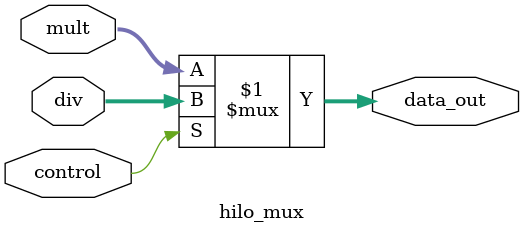
<source format=v>
module hilo_mux (

    input wire  [31:0]  div, // outputs when true
    input wire  [31:0]  mult, // outputs when false
    input wire          control,

    output wire [31:0]  data_out
);
    
    assign data_out = (control) ? div : mult;

endmodule
</source>
